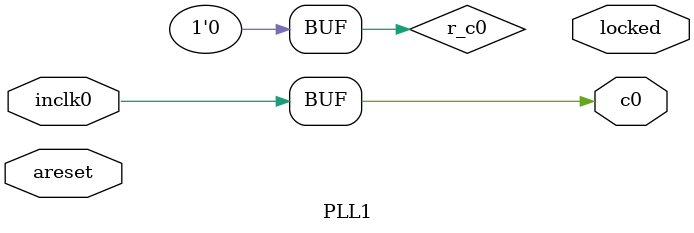
<source format=v>
module PLL1 (
	input areset,
	input inclk0,
	output c0,
	output locked);

reg r_c0;


initial r_c0 = 0;




always @(posedge inclk0) begin
  //  r_c0 <= !r_c0;
end

assign c0 = inclk0;






endmodule
</source>
